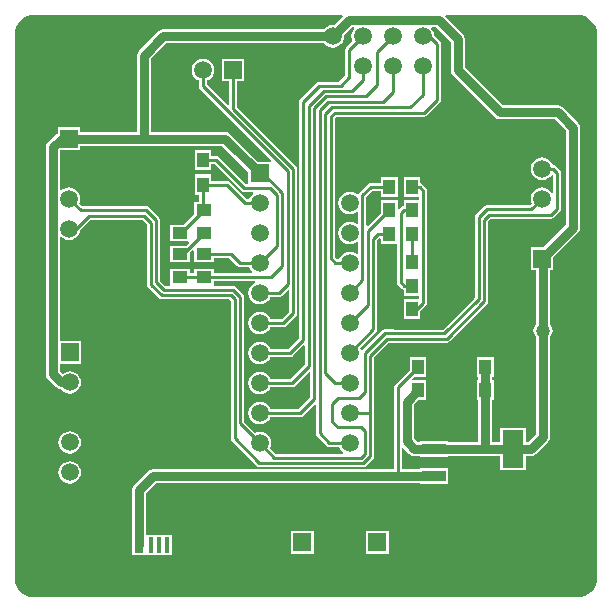
<source format=gtl>
%FSTAX23Y23*%
%MOMM*%
%SFA1B1*%

%IPPOS*%
%AMD11*
4,1,8,1.099820,-0.500380,1.099820,0.500380,0.599440,1.000760,-0.599440,1.000760,-1.099820,0.500380,-1.099820,-0.500380,-0.599440,-1.000760,0.599440,-1.000760,1.099820,-0.500380,0.0*
1,1,1.000252,0.599440,-0.500380*
1,1,1.000252,0.599440,0.500380*
1,1,1.000252,-0.599440,0.500380*
1,1,1.000252,-0.599440,-0.500380*
%
%ADD10R,0.999998X1.299972*%
G04~CAMADD=11~8~0.0~0.0~787.4~866.1~196.9~0.0~15~0.0~0.0~0.0~0.0~0~0.0~0.0~0.0~0.0~0~0.0~0.0~0.0~270.0~866.0~788.0*
%ADD11D11*%
%ADD12R,0.400050X1.350010*%
%ADD13R,0.762000X1.350010*%
%ADD14R,1.999996X0.899922*%
%ADD15R,1.800098X3.199892*%
%ADD16R,1.299972X0.999998*%
%ADD17C,0.254000*%
%ADD18C,0.762000*%
%ADD19R,2.800096X3.275076*%
%ADD20C,1.500124*%
%ADD21R,1.500124X1.500124*%
%ADD22C,4.999990*%
%ADD23R,1.500124X1.500124*%
%ADD24C,1.199896*%
%ADD25R,1.199896X1.199896*%
%ADD26C,1.299972*%
%LNpcb-1*%
%LPD*%
G36*
X48324Y49633D02*
X48637Y49538D01*
X48925Y49384*
X49177Y49177*
X49384Y48925*
X49538Y48637*
X49633Y48324*
X49664Y48005*
X49663Y47999*
Y01999*
X49664Y01993*
X49633Y01675*
X49538Y01362*
X49384Y01074*
X49177Y00822*
X48925Y00615*
X48637Y00461*
X48324Y00366*
X48123Y00346*
X47999Y00336*
X47875*
X01999*
X01993Y00335*
X01675Y00366*
X01362Y00461*
X01074Y00615*
X00822Y00822*
X00615Y01074*
X00461Y01362*
X00366Y01675*
X00346Y01876*
X00336Y01999*
Y02125*
Y47873*
Y47875*
Y47999*
X00346Y48122*
X00366Y48324*
X00461Y48637*
X00615Y48925*
X00822Y49177*
X01074Y49384*
X01362Y49538*
X01675Y49633*
X01993Y49664*
X01999Y49663*
X28076*
X28128Y49536*
X27375Y48782*
X27269Y48796*
X27021Y48763*
X26789Y48667*
X2659Y48514*
X26525Y4843*
X12934*
X12707Y48385*
X12513Y48256*
X10878Y46621*
X10749Y46427*
X10704Y462*
Y3978*
X05903*
Y40138*
X03996*
Y39678*
X03888Y39606*
X03153Y38871*
X03024Y38677*
X02979Y3845*
Y19249*
X03024Y19022*
X03153Y18828*
X03868Y18113*
X04061Y17984*
X04249Y17947*
X0432Y17855*
X04519Y17702*
X04751Y17606*
X04999Y17573*
X05248Y17606*
X0548Y17702*
X05679Y17855*
X05832Y18054*
X05928Y18286*
X05961Y18534*
X05928Y18783*
X05832Y19015*
X05679Y19214*
X0548Y19367*
X05248Y19463*
X04999Y19496*
X04751Y19463*
X04519Y19367*
X04394Y19272*
X0417Y19496*
Y20121*
X05953*
Y22028*
X0417*
Y30822*
X04297Y30864*
X04469Y30732*
X04701Y30636*
X04949Y30603*
X05198Y30636*
X0543Y30732*
X05629Y30885*
X05782Y31084*
X05878Y31316*
X05891Y31415*
X06789Y32313*
X11164*
X11556Y31921*
Y2681*
X11581Y26681*
X11654Y26572*
X12547Y25679*
X12656Y25606*
X12785Y25581*
X18521*
X18631Y25471*
Y13807*
X18656Y13678*
X18729Y13569*
X20811Y11486*
X20921Y11413*
X21049Y11388*
X2985*
X29978Y11413*
X30088Y11486*
X30663Y12061*
X30736Y12171*
X30761Y12299*
Y2066*
X32014Y21913*
X36924*
X37053Y21938*
X37162Y22011*
X4032Y25169*
X40393Y25278*
X40418Y25407*
Y32192*
X40639Y32413*
X45775*
X45903Y32438*
X46013Y32511*
X46512Y33011*
X46586Y33121*
X46611Y33249*
Y36299*
X46586Y36428*
X46512Y36538*
X46168Y36883*
X46058Y36955*
X4593Y36981*
X45892*
X45832Y37125*
X45679Y37324*
X4548Y37477*
X45248Y37573*
X44999Y37606*
X44751Y37573*
X44519Y37477*
X4432Y37324*
X44167Y37125*
X44071Y36893*
X44038Y36645*
X44071Y36396*
X44167Y36164*
X4432Y35965*
X44519Y35812*
X44751Y35716*
X44999Y35683*
X45248Y35716*
X4548Y35812*
X45679Y35965*
X45798Y3612*
X4582Y36126*
X45938Y36063*
Y34645*
X45933Y34643*
X45811Y34613*
X45679Y34784*
X4548Y34937*
X45248Y35033*
X44999Y35066*
X44751Y35033*
X44519Y34937*
X4432Y34784*
X44167Y34585*
X44071Y34353*
X44038Y34105*
X44071Y33856*
X4413Y33712*
X43962Y33543*
X4031*
X40181Y33518*
X40072Y33445*
X39387Y32759*
X39313Y3265*
X39288Y32521*
Y25736*
X36596Y23043*
X31685*
X31556Y23018*
X31447Y22945*
X29769Y21267*
X29685Y21281*
X29636Y213*
X29632Y21303*
X29579Y21432*
X30942Y22796*
X31015Y22905*
X31041Y23034*
Y30565*
X31224Y30748*
X31351Y30696*
Y30271*
X32713*
Y26999*
X32738Y26871*
X32811Y26761*
X33087Y26486*
X33196Y26413*
X33291Y26394*
Y25871*
X34613*
Y25628*
X33291*
Y23921*
X34698*
Y24547*
X35188Y25037*
X35261Y25146*
X35286Y25275*
Y34774*
X35261Y34903*
X35188Y35013*
X34863Y35338*
X34753Y35411*
X34698Y35422*
Y35953*
X33291*
Y34246*
X34613*
Y33978*
X33291*
Y33459*
X33171Y33436*
X33061Y33363*
X32885Y33186*
X32758Y33238*
Y33978*
X31351*
Y32897*
X30244Y3179*
X30126Y31838*
Y34275*
X30614Y34763*
X31351*
Y34246*
X32758*
Y35953*
X31351*
Y35436*
X30474*
X30346Y35411*
X30236Y35338*
X29552Y34653*
X29479Y34543*
X29472Y34511*
X29333Y34462*
X2919Y34572*
X28958Y34668*
X28709Y34701*
X28461Y34668*
X28229Y34572*
X2803Y34419*
X27877Y3422*
X27781Y33988*
X27748Y3374*
X27781Y33491*
X27877Y33259*
X2803Y3306*
X28229Y32907*
X28461Y32811*
X28709Y32778*
X28958Y32811*
X2919Y32907*
X29326Y33011*
X29453Y32948*
Y31991*
X29326Y31928*
X2919Y32032*
X28958Y32128*
X28709Y32161*
X28461Y32128*
X28229Y32032*
X2803Y31879*
X27877Y3168*
X27781Y31448*
X27748Y312*
X27781Y30951*
X27877Y30719*
X2803Y3052*
X28229Y30367*
X28461Y30271*
X28709Y30238*
X28958Y30271*
X2919Y30367*
X29326Y30471*
X29453Y30408*
Y29451*
X29326Y29388*
X2919Y29492*
X28958Y29588*
X28709Y29621*
X28461Y29588*
X28229Y29492*
X2803Y29339*
X27877Y2914*
X27817Y28996*
X2764*
X27461Y29175*
Y40935*
X27578Y41052*
X35013*
X35142Y41077*
X35252Y41151*
X36338Y42236*
X36411Y42346*
X36436Y42474*
Y47174*
X36411Y47303*
X36338Y47413*
X35841Y47909*
X35818Y48083*
X35722Y48315*
X35598Y48477*
X35649Y48604*
X36053*
X37254Y47403*
Y44999*
X37299Y44772*
X37428Y44578*
X41028Y40978*
X41222Y40849*
X4145Y40804*
X46078*
X47024Y39858*
Y31891*
X4511Y29978*
X44046*
Y28071*
X44484*
Y23468*
X44378Y2333*
X44297Y23134*
X44269Y22925*
X44297Y22715*
X44378Y22519*
X44484Y22381*
Y14201*
X4378Y13497*
X43653Y135*
Y14703*
X41446*
Y13495*
X4079*
Y17021*
X40898*
Y18728*
X4079*
Y18996*
X40898*
Y20703*
X39491*
Y18996*
X39599*
Y18728*
X39491*
Y17021*
X39599*
Y13495*
X37053*
Y13553*
X34646*
Y13495*
X34421*
X3412Y13796*
Y16648*
X34494Y17021*
X35208*
Y18728*
X34025*
X33976Y18845*
X34127Y18996*
X35208*
Y20703*
X33801*
Y19623*
X32536Y18358*
X32463Y18248*
X32438Y1812*
Y11195*
X1205*
X11821Y1115*
X11628Y11021*
X10453Y09846*
X10324Y09653*
X10279Y09424*
Y04774*
X1029Y04717*
Y03896*
X11344*
X11459*
X11586*
X12278*
X12821*
X13628*
Y05653*
X12953*
X12146*
X11471*
X1147Y05779*
Y09178*
X12296Y10004*
X34646*
Y09946*
X37053*
Y11253*
X34646*
Y11195*
X33111*
Y12955*
X33229Y13003*
X33753Y12478*
X33947Y12349*
X34174Y12304*
X34646*
Y12246*
X37053*
Y12304*
X41446*
Y11096*
X43653*
Y12304*
X44025*
X44252Y12349*
X44446Y12478*
X45501Y13533*
X4563Y13727*
X45675Y13955*
Y22381*
X45781Y22519*
X45862Y22715*
X4589Y22925*
X45862Y23134*
X45781Y2333*
X45675Y23468*
Y28071*
X45953*
Y29135*
X48041Y31223*
X4817Y31417*
X48215Y31645*
Y40105*
X4817Y40332*
X48041Y40526*
X46746Y41821*
X46552Y4195*
X46325Y41995*
X41696*
X38445Y45246*
Y47649*
X384Y47877*
X38271Y48071*
X36806Y49536*
X36858Y49663*
X47999*
X48005Y49664*
X48324Y49633*
G37*
G36*
X29101Y48477D02*
X28977Y48315D01*
X28881Y48083*
X28848Y47835*
X28881Y47586*
X28941Y47442*
X28436Y46937*
X28363Y46828*
X28338Y46699*
Y44539*
X2781Y44011*
X26124*
X25996Y43985*
X25886Y43913*
X24512Y42538*
X24438Y42428*
X24413Y42299*
Y22264*
X23525Y21376*
X21982*
X21922Y2152*
X21769Y21719*
X2157Y21872*
X21338Y21968*
X21089Y22001*
X20841Y21968*
X20609Y21872*
X2041Y21719*
X20257Y2152*
X20161Y21288*
X20128Y2104*
X20161Y20791*
X20257Y20559*
X2041Y2036*
X20609Y20207*
X20841Y20111*
X21089Y20078*
X21338Y20111*
X2157Y20207*
X21769Y2036*
X21922Y20559*
X21982Y20703*
X23664*
X23793Y20728*
X23903Y20801*
X24771Y2167*
X24888Y21621*
Y20039*
X23685Y18836*
X21982*
X21922Y1898*
X21769Y19179*
X2157Y19332*
X21338Y19428*
X21089Y19461*
X20841Y19428*
X20609Y19332*
X2041Y19179*
X20257Y1898*
X20161Y18748*
X20128Y185*
X20161Y18251*
X20257Y18019*
X2041Y1782*
X20609Y17667*
X20841Y17571*
X21089Y17538*
X21338Y17571*
X2157Y17667*
X21769Y1782*
X21922Y18019*
X21982Y18163*
X23824*
X23953Y18188*
X24062Y18261*
X25246Y19444*
X25363Y19396*
Y17264*
X24395Y16296*
X21982*
X21922Y1644*
X21769Y16639*
X2157Y16792*
X21338Y16888*
X21089Y16921*
X20841Y16888*
X20609Y16792*
X2041Y16639*
X20257Y1644*
X20161Y16208*
X20128Y1596*
X20161Y15711*
X20257Y15479*
X2041Y1528*
X20609Y15127*
X20841Y15031*
X21089Y14998*
X21338Y15031*
X2157Y15127*
X21769Y1528*
X21922Y15479*
X21982Y15623*
X24535*
X24663Y15648*
X24773Y15721*
X25721Y16669*
X25838Y16621*
Y14225*
X25864Y14096*
X25936Y13987*
X26741Y13181*
X26851Y13108*
X26979Y13083*
X27817*
X27877Y12939*
X2803Y1274*
X28153Y12645*
X28109Y12518*
X22467*
X21959Y13027*
X22018Y13171*
X22051Y1342*
X22018Y13668*
X21922Y139*
X21769Y14099*
X2157Y14252*
X21338Y14348*
X21089Y14381*
X20841Y14348*
X20697Y14289*
X19761Y15224*
Y258*
X19736Y25928*
X19663Y26038*
X19088Y26613*
X18978Y26686*
X1885Y26711*
X17344*
X17243Y26773*
Y27138*
X20725*
X20751Y27011*
X20609Y26952*
X2041Y26799*
X20257Y266*
X20161Y26368*
X20128Y2612*
X20161Y25871*
X20257Y25639*
X2041Y2544*
X20609Y25287*
X20841Y25191*
X21089Y25158*
X21338Y25191*
X2157Y25287*
X21769Y2544*
X21922Y25639*
X21982Y25783*
X2272*
X22848Y25808*
X22958Y25881*
X23467Y26391*
X23584Y26342*
Y24536*
X22965Y23916*
X21982*
X21922Y2406*
X21769Y24259*
X2157Y24412*
X21338Y24508*
X21089Y24541*
X20841Y24508*
X20609Y24412*
X2041Y24259*
X20257Y2406*
X20161Y23828*
X20128Y2358*
X20161Y23331*
X20257Y23099*
X2041Y229*
X20609Y22747*
X20841Y22651*
X21089Y22618*
X21338Y22651*
X2157Y22747*
X21769Y229*
X21922Y23099*
X21982Y23243*
X23105*
X23233Y23268*
X23343Y23341*
X24159Y24158*
X24232Y24267*
X24258Y24396*
Y36625*
X24232Y36753*
X24159Y36863*
X19161Y4186*
Y44046*
X19778*
Y45953*
X17871*
Y44046*
X18488*
Y42053*
X18371Y42005*
X16621Y43754*
Y44107*
X16765Y44167*
X16964Y4432*
X17117Y44519*
X17213Y44751*
X17246Y44999*
X17213Y45248*
X17117Y4548*
X16964Y45679*
X16765Y45832*
X16533Y45928*
X16284Y45961*
X16036Y45928*
X15804Y45832*
X15605Y45679*
X15452Y4548*
X15356Y45248*
X15323Y44999*
X15356Y44751*
X15452Y44519*
X15605Y4432*
X15804Y44167*
X15948Y44107*
Y43615*
X15974Y43486*
X16046Y43376*
X22078Y37345*
X22011Y37233*
X20979*
X18606Y39606*
X18412Y39735*
X18185Y3978*
X11895*
Y45953*
X13181Y47239*
X26525*
X2659Y47155*
X26789Y47002*
X27021Y46906*
X27269Y46873*
X27518Y46906*
X2775Y47002*
X27949Y47155*
X28102Y47354*
X28198Y47586*
X28231Y47835*
X28217Y4794*
X28881Y48604*
X2905*
X29101Y48477*
G37*
G36*
X20136Y3639D02*
Y35326D01*
X20015Y35311*
X19939*
X17643Y37608*
X17533Y37681*
X17405Y37706*
X16988*
Y38223*
X15581*
Y36516*
X16988*
Y37033*
X17265*
X19562Y34737*
X19671Y34663*
X198Y34638*
X20486*
X20529Y34511*
X2041Y34419*
X20257Y3422*
X20197Y34076*
X20024*
X18568Y35533*
X18458Y35605*
X18329Y35631*
X16988*
Y36148*
X15581*
Y34441*
X15948*
Y33843*
X15536*
Y32762*
X14678Y31904*
X13511*
Y30498*
X15045*
X15094Y3038*
X14832Y30118*
X13511*
Y28711*
X15218*
Y29552*
X15419Y29753*
X15536Y29704*
Y28712*
X17243*
Y29079*
X18529*
X19186Y28421*
X19296Y28348*
X19424Y28323*
X20197*
X20257Y28179*
X2041Y2798*
X20464Y27938*
X20421Y27811*
X17243*
Y28179*
X15536*
Y27811*
X15218*
Y28178*
X13511*
Y26771*
X13409Y26711*
X13114*
X12686Y27139*
Y3225*
X12661Y32378*
X12587Y32488*
X11712Y33363*
X11603Y33436*
X11474Y33461*
X06069*
X05818Y33712*
X05878Y33856*
X05911Y34105*
X05878Y34353*
X05782Y34585*
X05629Y34784*
X0543Y34937*
X05198Y35033*
X04949Y35066*
X04701Y35033*
X04469Y34937*
X04297Y34805*
X0417Y34847*
Y38203*
X04199Y38231*
X05903*
Y38589*
X17938*
X20136Y3639*
G37*
%LNpcb-2*%
%LPC*%
G36*
X04999Y14416D02*
X04751Y14383D01*
X04519Y14287*
X0432Y14134*
X04167Y13935*
X04071Y13703*
X04038Y13454*
X04071Y13206*
X04167Y12974*
X0432Y12775*
X04519Y12622*
X04751Y12526*
X04999Y12493*
X05248Y12526*
X0548Y12622*
X05679Y12775*
X05832Y12974*
X05928Y13206*
X05961Y13454*
X05928Y13703*
X05832Y13935*
X05679Y14134*
X0548Y14287*
X05248Y14383*
X04999Y14416*
G37*
G36*
Y11876D02*
X04751Y11843D01*
X04519Y11747*
X0432Y11594*
X04167Y11395*
X04071Y11163*
X04038Y10914*
X04071Y10666*
X04167Y10434*
X0432Y10235*
X04519Y10082*
X04751Y09986*
X04999Y09953*
X05248Y09986*
X0548Y10082*
X05679Y10235*
X05832Y10434*
X05928Y10666*
X05961Y10914*
X05928Y11163*
X05832Y11395*
X05679Y11594*
X0548Y11747*
X05248Y11843*
X04999Y11876*
G37*
G36*
X32003Y05953D02*
X30096D01*
Y04046*
X32003*
Y05953*
G37*
G36*
X25653D02*
X23746D01*
Y04046*
X25653*
Y05953*
G37*
%LNpcb-3*%
%LPD*%
G54D10*
X34504Y1985D03*
X36444D03*
X34504Y17874D03*
X36444D03*
X16284Y35295D03*
X14344D03*
X33995Y24774D03*
X32055D03*
X33995Y26725D03*
X32055D03*
X33995Y28725D03*
X32055D03*
X16284Y3737D03*
X14344D03*
X40194Y1985D03*
X38254D03*
X40194Y17874D03*
X38254D03*
X32055Y31124D03*
X33995D03*
X32055Y351D03*
X33995D03*
X32055Y33124D03*
X33995D03*
G54D11*
X16299Y021D03*
X088D03*
G54D12*
X12549Y04774D03*
X13225D03*
X11875D03*
G54D13*
X10875Y04774D03*
X14225D03*
G54D14*
X3585Y12899D03*
Y10599D03*
Y15199D03*
G54D15*
X4255Y12899D03*
G54D16*
X14364Y31201D03*
Y33141D03*
X16389Y312D03*
Y3314D03*
Y27476D03*
Y29416D03*
X14364Y27474D03*
Y29414D03*
G54D17*
X14451Y31201D02*
X16389Y3314D01*
X16284Y33245D02*
Y35295D01*
X361Y42474D02*
Y47174D01*
X35013Y41389D02*
X361Y42474D01*
X27439Y41389D02*
X35013D01*
X32774Y10599D02*
Y1812D01*
X34504Y1985*
X39167Y25786D02*
Y35682D01*
X38569Y3628D02*
X39167Y35682D01*
X28709Y3628D02*
X38569D01*
X32055Y26725D02*
Y28725D01*
Y24774D02*
Y26725D01*
X36546Y23164D02*
X39167Y25786D01*
X32585Y23164D02*
X36546D01*
X32055Y23694D02*
X32585Y23164D01*
X32055Y23694D02*
Y24774D01*
X31124Y31124D02*
X32055D01*
X30704Y30704D02*
X31124Y31124D01*
X30704Y23034D02*
Y30704D01*
X28709Y2104D02*
X30704Y23034D01*
X28709Y2358D02*
X30247Y25117D01*
Y31317*
X32055Y33124*
X30474Y351D02*
X32055D01*
X2979Y34415D02*
X30474Y351D01*
X2979Y272D02*
Y34415D01*
X28709Y2612D02*
X2979Y272D01*
X33995Y351D02*
X34625D01*
X34949Y34774*
Y25275D02*
Y34774D01*
X3445Y24774D02*
X34949Y25275D01*
X33995Y24774D02*
X3445D01*
X33325Y26725D02*
X33995D01*
X33049Y26999D02*
X33325Y26725D01*
X33049Y26999D02*
Y32874D01*
X33299Y33124*
X33995*
Y28725D02*
Y31124D01*
X46274Y33249D02*
Y36299D01*
X45775Y32749D02*
X46274Y33249D01*
X405Y32749D02*
X45775D01*
X40082Y32332D02*
X405Y32749D01*
X40082Y25407D02*
Y32332D01*
X36924Y22249D02*
X40082Y25407D01*
X39625Y32521D02*
X4031Y33207D01*
X39625Y25596D02*
Y32521D01*
X36735Y22707D02*
X39625Y25596D01*
X31685Y22707D02*
X36735D01*
X4031Y33207D02*
X44102D01*
X44999Y34105*
Y36645D02*
X4593D01*
X46274Y36299*
X31874Y22249D02*
X36924D01*
X29967Y20989D02*
X31685Y22707D01*
X29967Y1775D02*
Y20989D01*
X29467Y17249D02*
X29967Y1775D01*
X2775Y17249D02*
X29467D01*
X27224Y16725D02*
X2775Y17249D01*
X27224Y15225D02*
Y16725D01*
Y15225D02*
X27699Y1475D01*
X29667*
X29967Y1445*
Y12489D02*
Y1445D01*
X2966Y12182D02*
X29967Y12489D01*
X22327Y12182D02*
X2966D01*
X21089Y1342D02*
X22327Y12182D01*
X30424Y12299D02*
Y208D01*
X28709Y1596D02*
X30424D01*
Y208D02*
X31874Y22249D01*
X26979Y1342D02*
X28709D01*
X26174Y14225D02*
X26979Y1342D01*
X26174Y14225D02*
Y41574D01*
X06649Y32649D02*
X11303D01*
X11892Y3206*
Y2681D02*
Y3206D01*
X05929Y33124D02*
X11474D01*
X12349Y3225*
Y26999D02*
Y3225D01*
X04949Y34105D02*
X05929Y33124D01*
X05564Y31565D02*
X06649Y32649D01*
X2985Y11724D02*
X30424Y12299D01*
X21049Y11724D02*
X2985D01*
X18967Y13807D02*
X21049Y11724D01*
X18967Y13807D02*
Y2561D01*
X1866Y25917D02*
X18967Y2561D01*
X12785Y25917D02*
X1866D01*
X11892Y2681D02*
X12785Y25917D01*
X04949Y31565D02*
X05564D01*
X12349Y26999D02*
X12975Y26375D01*
X1885*
X19424Y258*
Y15085D02*
Y258D01*
Y15085D02*
X21089Y1342D01*
X16389Y29416D02*
X18668D01*
X19424Y2866*
X21089*
X23007Y28407D02*
Y34614D01*
X22075Y27474D02*
X23007Y28407D01*
X14364Y27474D02*
X22075D01*
X23464Y26864D02*
Y36435D01*
X2272Y2612D02*
X23464Y26864D01*
X21089Y2612D02*
X2272D01*
X23921Y24396D02*
Y36625D01*
X23105Y2358D02*
X23921Y24396D01*
X21089Y2358D02*
X23105D01*
X2475Y22124D02*
Y42299D01*
X23664Y2104D02*
X2475Y22124D01*
X21089Y2104D02*
X23664D01*
X25224Y199D02*
Y41917D01*
X23824Y185D02*
X25224Y199D01*
X21089Y185D02*
X23824D01*
X25699Y17124D02*
Y41746D01*
X24535Y1596D02*
X25699Y17124D01*
X21089Y1596D02*
X24535D01*
X27124Y41074D02*
X27439Y41389D01*
X27124Y29036D02*
Y41074D01*
Y29036D02*
X27501Y2866D01*
X26649Y19325D02*
Y41246D01*
X27249Y41846*
X26649Y19325D02*
X27474Y185D01*
X26174Y41574D02*
X26903Y42303D01*
X25699Y41746D02*
X26714Y4276D01*
X25224Y41917D02*
X26524Y43217D01*
X2475Y42299D02*
X26124Y43675D01*
X18824Y41721D02*
X23921Y36625D01*
X16284Y43615D02*
X23464Y36435D01*
X21341Y3628D02*
X23007Y34614D01*
X21999Y34975D02*
X22549Y34424D01*
Y3012D02*
Y34424D01*
X21089Y2866D02*
X22549Y3012D01*
X27501Y2866D02*
X28709D01*
X3544Y47835D02*
X361Y47174D01*
X34889Y47835D02*
X3544D01*
X34889Y42915D02*
Y45295D01*
X33821Y41846D02*
X34889Y42915D01*
X27249Y41846D02*
X33821D01*
X32349Y43124D02*
Y45295D01*
X31528Y42303D02*
X32349Y43124D01*
X26903Y42303D02*
X31528D01*
X27474Y185D02*
X28709D01*
X26714Y4276D02*
X30085D01*
X31049Y43725*
Y46535*
X32349Y47835*
X29809Y44163D02*
Y45295D01*
X28864Y43217D02*
X29809Y44163D01*
X26124Y43675D02*
X27949D01*
X28675Y44399*
Y46699*
X26524Y43217D02*
X28864D01*
X28675Y46699D02*
X29809Y47835D01*
X18824Y41721D02*
Y44999D01*
X16284Y43615D02*
Y44999D01*
X21089Y3628D02*
X21341D01*
X14604Y29414D02*
X16389Y312D01*
X14364Y29414D02*
X14604D01*
X14364Y31201D02*
X14451D01*
X14364Y33141D02*
Y37349D01*
X16284Y3737D02*
X17405D01*
X198Y34975*
X21999*
X19884Y3374D02*
X21089D01*
X18329Y35295D02*
X19884Y3374D01*
X16284Y35295D02*
X18329D01*
G54D18*
X45079Y13955D02*
Y22925D01*
X44025Y12899D02*
X45079Y13955D01*
X4255Y12899D02*
X44025D01*
X44999Y29025D02*
X47619Y31645D01*
X44999Y29025D02*
X45079Y28945D01*
Y22925D02*
Y28945D01*
X47619Y31645D02*
Y40105D01*
X36275Y15199D02*
X36444Y1537D01*
X3645Y15024D02*
X38725D01*
X36444Y20169D02*
X39399Y23124D01*
X4125*
X43649Y25524*
Y31049*
X44165Y31565*
X44999*
X36444Y1537D02*
Y17874D01*
X3585Y15199D02*
X36275D01*
X14225Y04774D02*
X21934D01*
X0429Y18534D02*
X04999D01*
X03575Y19249D02*
X0429Y18534D01*
X03575Y19249D02*
Y3845D01*
X0431Y39185D02*
X04949D01*
X03575Y3845D02*
X0431Y39185D01*
X46325Y41399D02*
X47619Y40105D01*
X4145Y41399D02*
X46325D01*
X3785Y44999D02*
X4145Y41399D01*
X27269Y47835D02*
X28634Y492D01*
X36299*
X3785Y47649*
Y44999D02*
Y47649D01*
X1205Y10599D02*
X32774D01*
X10875Y09424D02*
X1205Y10599D01*
X10875Y04774D02*
Y09424D01*
X32774Y10599D02*
X3585D01*
X34174Y12899D02*
X3585D01*
X33524Y1355D02*
X34174Y12899D01*
X33524Y1355D02*
Y16895D01*
X34504Y17874*
X3585Y12899D02*
X4255D01*
X40194Y17874D02*
Y1985D01*
Y12945D02*
Y17874D01*
X11299Y39185D02*
X18185D01*
X04949D02*
X11299D01*
Y462*
X12934Y47835*
X27269*
X18185Y39185D02*
X21089Y3628D01*
G54D19*
X37349Y18862D03*
G54D20*
X28709Y1342D03*
Y1596D03*
Y185D03*
Y2104D03*
Y2358D03*
Y2612D03*
Y2866D03*
Y312D03*
Y3374D03*
Y3628D03*
X21089Y1342D03*
Y1596D03*
Y185D03*
Y2104D03*
Y2358D03*
Y2612D03*
Y2866D03*
Y312D03*
Y3374D03*
X22159Y04999D03*
X13744Y44999D03*
X16284D03*
X04999Y18534D03*
Y15994D03*
Y13454D03*
Y10914D03*
X44999Y31565D03*
Y34105D03*
Y36645D03*
Y39185D03*
X04949Y36645D03*
Y34105D03*
Y31565D03*
Y29025D03*
X27269Y47835D03*
X29809Y45295D03*
Y47835D03*
X32349Y45295D03*
Y47835D03*
X34889Y45295D03*
Y47835D03*
G54D21*
X21089Y3628D03*
X24699Y04999D03*
X18824Y44999D03*
X27269Y45295D03*
G54D22*
X44999Y44999D03*
Y04999D03*
X04999D03*
Y44999D03*
G54D23*
X31049Y04999D03*
X3755D03*
X04999Y21074D03*
X44999Y29025D03*
X04949Y39185D03*
G54D24*
X45079Y22925D03*
G54D25*
X47619Y22925D03*
G54D26*
X38725Y11174D03*
Y15024D03*
M02*
</source>
